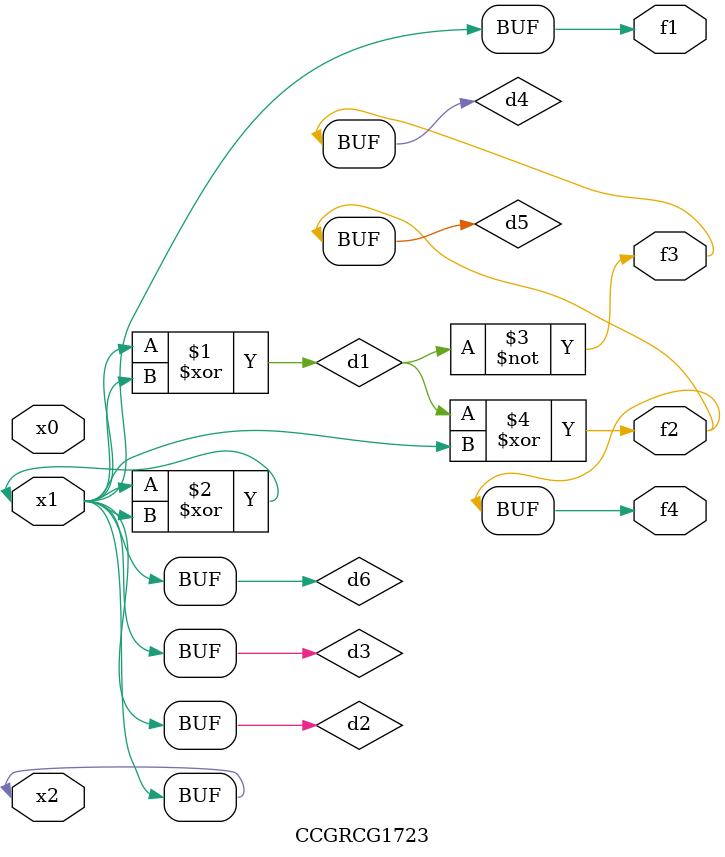
<source format=v>
module CCGRCG1723(
	input x0, x1, x2,
	output f1, f2, f3, f4
);

	wire d1, d2, d3, d4, d5, d6;

	xor (d1, x1, x2);
	buf (d2, x1, x2);
	xor (d3, x1, x2);
	nor (d4, d1);
	xor (d5, d1, d2);
	buf (d6, d2, d3);
	assign f1 = d6;
	assign f2 = d5;
	assign f3 = d4;
	assign f4 = d5;
endmodule

</source>
